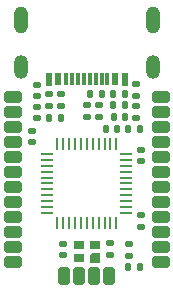
<source format=gbr>
%TF.GenerationSoftware,KiCad,Pcbnew,(6.0.8)*%
%TF.CreationDate,2022-11-03T22:25:17+01:00*%
%TF.ProjectId,epi,6570692e-6b69-4636-9164-5f7063625858,rev?*%
%TF.SameCoordinates,Original*%
%TF.FileFunction,Soldermask,Top*%
%TF.FilePolarity,Negative*%
%FSLAX46Y46*%
G04 Gerber Fmt 4.6, Leading zero omitted, Abs format (unit mm)*
G04 Created by KiCad (PCBNEW (6.0.8)) date 2022-11-03 22:25:17*
%MOMM*%
%LPD*%
G01*
G04 APERTURE LIST*
G04 Aperture macros list*
%AMRoundRect*
0 Rectangle with rounded corners*
0 $1 Rounding radius*
0 $2 $3 $4 $5 $6 $7 $8 $9 X,Y pos of 4 corners*
0 Add a 4 corners polygon primitive as box body*
4,1,4,$2,$3,$4,$5,$6,$7,$8,$9,$2,$3,0*
0 Add four circle primitives for the rounded corners*
1,1,$1+$1,$2,$3*
1,1,$1+$1,$4,$5*
1,1,$1+$1,$6,$7*
1,1,$1+$1,$8,$9*
0 Add four rect primitives between the rounded corners*
20,1,$1+$1,$2,$3,$4,$5,0*
20,1,$1+$1,$4,$5,$6,$7,0*
20,1,$1+$1,$6,$7,$8,$9,0*
20,1,$1+$1,$8,$9,$2,$3,0*%
%AMOutline5P*
0 Free polygon, 5 corners , with rotation*
0 The origin of the aperture is its center*
0 number of corners: always 5*
0 $1 to $10 corner X, Y*
0 $11 Rotation angle, in degrees counterclockwise*
0 create outline with 5 corners*
4,1,5,$1,$2,$3,$4,$5,$6,$7,$8,$9,$10,$1,$2,$11*%
%AMOutline6P*
0 Free polygon, 6 corners , with rotation*
0 The origin of the aperture is its center*
0 number of corners: always 6*
0 $1 to $12 corner X, Y*
0 $13 Rotation angle, in degrees counterclockwise*
0 create outline with 6 corners*
4,1,6,$1,$2,$3,$4,$5,$6,$7,$8,$9,$10,$11,$12,$1,$2,$13*%
%AMOutline7P*
0 Free polygon, 7 corners , with rotation*
0 The origin of the aperture is its center*
0 number of corners: always 7*
0 $1 to $14 corner X, Y*
0 $15 Rotation angle, in degrees counterclockwise*
0 create outline with 7 corners*
4,1,7,$1,$2,$3,$4,$5,$6,$7,$8,$9,$10,$11,$12,$13,$14,$1,$2,$15*%
%AMOutline8P*
0 Free polygon, 8 corners , with rotation*
0 The origin of the aperture is its center*
0 number of corners: always 8*
0 $1 to $16 corner X, Y*
0 $17 Rotation angle, in degrees counterclockwise*
0 create outline with 8 corners*
4,1,8,$1,$2,$3,$4,$5,$6,$7,$8,$9,$10,$11,$12,$13,$14,$15,$16,$1,$2,$17*%
G04 Aperture macros list end*
%ADD10RoundRect,0.140000X0.170000X-0.140000X0.170000X0.140000X-0.170000X0.140000X-0.170000X-0.140000X0*%
%ADD11RoundRect,0.135000X-0.185000X0.135000X-0.185000X-0.135000X0.185000X-0.135000X0.185000X0.135000X0*%
%ADD12RoundRect,0.135000X0.135000X0.185000X-0.135000X0.185000X-0.135000X-0.185000X0.135000X-0.185000X0*%
%ADD13RoundRect,0.140000X-0.140000X-0.170000X0.140000X-0.170000X0.140000X0.170000X-0.140000X0.170000X0*%
%ADD14RoundRect,0.062500X-0.062500X0.475000X-0.062500X-0.475000X0.062500X-0.475000X0.062500X0.475000X0*%
%ADD15RoundRect,0.062500X-0.475000X0.062500X-0.475000X-0.062500X0.475000X-0.062500X0.475000X0.062500X0*%
%ADD16RoundRect,0.147500X-0.172500X0.147500X-0.172500X-0.147500X0.172500X-0.147500X0.172500X0.147500X0*%
%ADD17RoundRect,0.135000X0.185000X-0.135000X0.185000X0.135000X-0.185000X0.135000X-0.185000X-0.135000X0*%
%ADD18RoundRect,0.250000X-0.250000X0.500000X-0.250000X-0.500000X0.250000X-0.500000X0.250000X0.500000X0*%
%ADD19RoundRect,0.147500X-0.147500X-0.172500X0.147500X-0.172500X0.147500X0.172500X-0.147500X0.172500X0*%
%ADD20RoundRect,0.140000X-0.170000X0.140000X-0.170000X-0.140000X0.170000X-0.140000X0.170000X0.140000X0*%
%ADD21RoundRect,0.250000X-0.500000X-0.250000X0.500000X-0.250000X0.500000X0.250000X-0.500000X0.250000X0*%
%ADD22Outline5P,-0.450000X0.160000X-0.210000X0.400000X0.450000X0.400000X0.450000X-0.400000X-0.450000X-0.400000X0.000000*%
%ADD23R,0.900000X0.800000*%
%ADD24R,0.615500X1.000000*%
%ADD25R,0.307750X1.000000*%
%ADD26R,0.607750X0.300000*%
%ADD27O,1.200000X2.300000*%
%ADD28O,1.200000X2.000000*%
%ADD29RoundRect,0.135000X-0.135000X-0.185000X0.135000X-0.185000X0.135000X0.185000X-0.135000X0.185000X0*%
G04 APERTURE END LIST*
D10*
%TO.C,C8*%
X95400000Y-48080000D03*
X95400000Y-47120000D03*
%TD*%
D11*
%TO.C,RV1*%
X101000000Y-44890000D03*
X101000000Y-45910000D03*
%TD*%
D12*
%TO.C,R4*%
X101310000Y-44000000D03*
X100290000Y-44000000D03*
%TD*%
D13*
%TO.C,C1*%
X102260000Y-45900000D03*
X103220000Y-45900000D03*
%TD*%
D14*
%TO.C,U1*%
X102500000Y-48212500D03*
X102000000Y-48212500D03*
X101500000Y-48212500D03*
X101000000Y-48212500D03*
X100500000Y-48212500D03*
X100000000Y-48212500D03*
X99500000Y-48212500D03*
X99000000Y-48212500D03*
X98500000Y-48212500D03*
X98000000Y-48212500D03*
X97500000Y-48212500D03*
D15*
X96662500Y-49050000D03*
X96662500Y-49550000D03*
X96662500Y-50050000D03*
X96662500Y-50550000D03*
X96662500Y-51050000D03*
X96662500Y-51550000D03*
X96662500Y-52050000D03*
X96662500Y-52550000D03*
X96662500Y-53050000D03*
X96662500Y-53550000D03*
X96662500Y-54050000D03*
D14*
X97500000Y-54887500D03*
X98000000Y-54887500D03*
X98500000Y-54887500D03*
X99000000Y-54887500D03*
X99500000Y-54887500D03*
X100000000Y-54887500D03*
X100500000Y-54887500D03*
X101000000Y-54887500D03*
X101500000Y-54887500D03*
X102000000Y-54887500D03*
X102500000Y-54887500D03*
D15*
X103337500Y-54050000D03*
X103337500Y-53550000D03*
X103337500Y-53050000D03*
X103337500Y-52550000D03*
X103337500Y-52050000D03*
X103337500Y-51550000D03*
X103337500Y-51050000D03*
X103337500Y-50550000D03*
X103337500Y-50050000D03*
X103337500Y-49550000D03*
X103337500Y-49050000D03*
%TD*%
D16*
%TO.C,D2*%
X103550000Y-56682500D03*
X103550000Y-57652500D03*
%TD*%
D11*
%TO.C,R2*%
X100050000Y-44890000D03*
X100050000Y-45910000D03*
%TD*%
D12*
%TO.C,R6*%
X104510000Y-46950000D03*
X103490000Y-46950000D03*
%TD*%
D17*
%TO.C,R7*%
X104600000Y-55260000D03*
X104600000Y-54240000D03*
%TD*%
D11*
%TO.C,R1*%
X97775000Y-43940000D03*
X97775000Y-44960000D03*
%TD*%
D18*
%TO.C,J3*%
X101900000Y-59400000D03*
X100630000Y-59400000D03*
X99360000Y-59400000D03*
X98090000Y-59400000D03*
%TD*%
D12*
%TO.C,FB1*%
X97810000Y-46000000D03*
X96790000Y-46000000D03*
%TD*%
D17*
%TO.C,RV2*%
X96825000Y-44960000D03*
X96825000Y-43940000D03*
%TD*%
D12*
%TO.C,R3*%
X103260000Y-44950000D03*
X102240000Y-44950000D03*
%TD*%
D19*
%TO.C,D1*%
X101615000Y-46950000D03*
X102585000Y-46950000D03*
%TD*%
D20*
%TO.C,C6*%
X102000000Y-56620000D03*
X102000000Y-57580000D03*
%TD*%
D21*
%TO.C,J1*%
X93750000Y-44250000D03*
X93750000Y-45520000D03*
X93750000Y-46790000D03*
X93750000Y-48060000D03*
X93750000Y-49330000D03*
X93750000Y-50600000D03*
X93750000Y-51870000D03*
X93750000Y-53140000D03*
X93750000Y-54410000D03*
X93750000Y-55680000D03*
X93750000Y-56950000D03*
X93750000Y-58220000D03*
%TD*%
D20*
%TO.C,C4*%
X104150000Y-45020000D03*
X104150000Y-45980000D03*
%TD*%
D22*
%TO.C,Y1*%
X100700000Y-57850000D03*
D23*
X99300000Y-56750000D03*
X99300000Y-57850000D03*
X100700000Y-56750000D03*
%TD*%
D10*
%TO.C,C2*%
X104600000Y-49680000D03*
X104600000Y-48720000D03*
%TD*%
D12*
%TO.C,R8*%
X104510000Y-58600000D03*
X103490000Y-58600000D03*
%TD*%
D24*
%TO.C,J4*%
X96800000Y-42705000D03*
X103200000Y-42705000D03*
X102400000Y-42705000D03*
D25*
X101250923Y-42705000D03*
X100249970Y-42705000D03*
X99751169Y-42705860D03*
X98750589Y-42705000D03*
D24*
X97600000Y-42705000D03*
D25*
X98247811Y-42705000D03*
X99250692Y-42705860D03*
X100750447Y-42705000D03*
X101750000Y-42705000D03*
D26*
X96800000Y-43105000D03*
X103200000Y-43105000D03*
D27*
X105600000Y-37705000D03*
D28*
X105600000Y-41705000D03*
D27*
X94400000Y-37705000D03*
D28*
X94400000Y-41705000D03*
%TD*%
D20*
%TO.C,C3*%
X95800000Y-43220000D03*
X95800000Y-44180000D03*
%TD*%
D10*
%TO.C,C5*%
X98000000Y-57630000D03*
X98000000Y-56670000D03*
%TD*%
D29*
%TO.C,R5*%
X102190000Y-44000000D03*
X103210000Y-44000000D03*
%TD*%
D10*
%TO.C,C7*%
X95800000Y-46030000D03*
X95800000Y-45070000D03*
%TD*%
D16*
%TO.C,F1*%
X104150000Y-43165000D03*
X104150000Y-44135000D03*
%TD*%
D21*
%TO.C,J2*%
X106250000Y-44250000D03*
X106250000Y-45520000D03*
X106250000Y-46790000D03*
X106250000Y-48060000D03*
X106250000Y-49330000D03*
X106250000Y-50600000D03*
X106250000Y-51870000D03*
X106250000Y-53140000D03*
X106250000Y-54410000D03*
X106250000Y-55680000D03*
X106250000Y-56950000D03*
X106250000Y-58220000D03*
%TD*%
M02*

</source>
